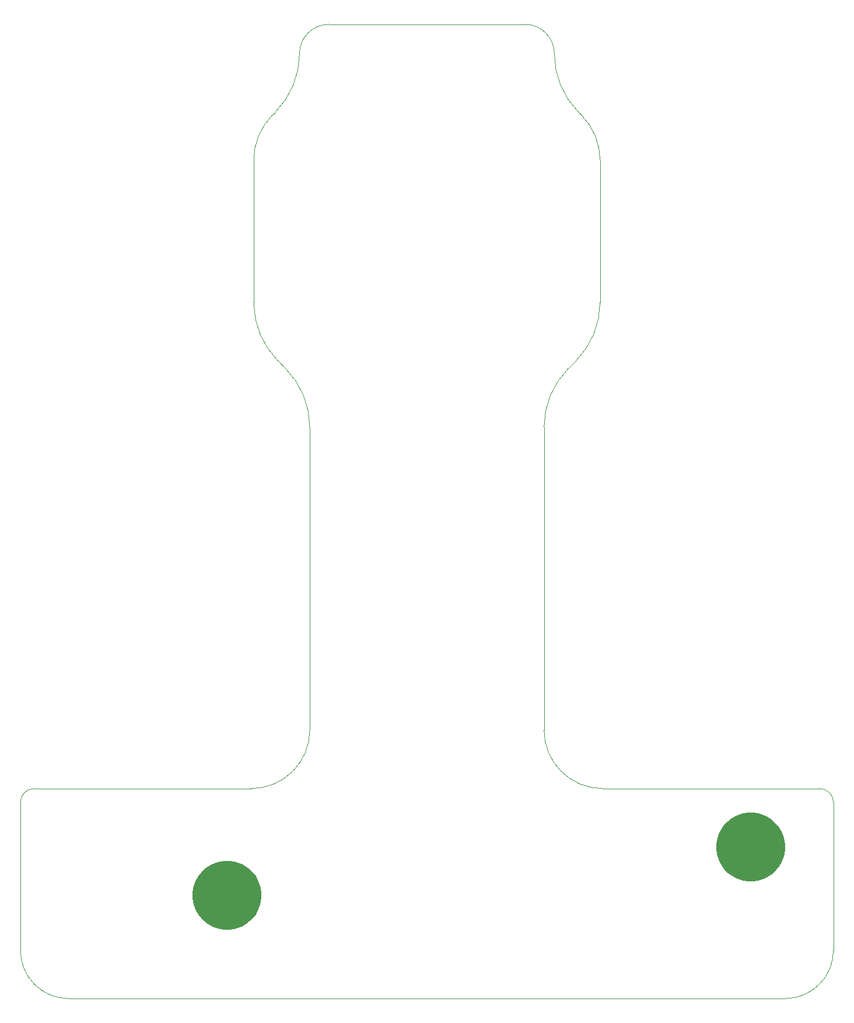
<source format=gbr>
%TF.GenerationSoftware,Altium Limited,Altium Designer,22.5.1 (42)*%
G04 Layer_Color=0*
%FSLAX45Y45*%
%MOMM*%
%TF.SameCoordinates,09306DCC-7258-43E0-A79C-DC35209E08F8*%
%TF.FilePolarity,Positive*%
%TF.FileFunction,Profile,NP*%
%TF.Part,Single*%
G01*
G75*
%TA.AperFunction,Profile*%
%ADD206C,0.02540*%
G36*
X5200000Y-6900000D02*
X5200001Y-6932772D01*
X5191446Y-6997754D01*
X5174483Y-7061065D01*
X5149401Y-7121619D01*
X5116630Y-7178382D01*
X5076729Y-7230381D01*
X5030383Y-7276727D01*
X4978384Y-7316627D01*
X4921622Y-7349399D01*
X4861067Y-7374481D01*
X4797757Y-7391444D01*
X4732774Y-7399999D01*
X4700002Y-7399998D01*
X4667231Y-7399998D01*
X4602248Y-7391444D01*
X4538937Y-7374480D01*
X4478383Y-7349398D01*
X4421620Y-7316626D01*
X4369621Y-7276726D01*
X4323275Y-7230380D01*
X4283374Y-7178381D01*
X4250602Y-7121618D01*
X4225520Y-7061064D01*
X4208556Y-6997753D01*
X4200001Y-6932770D01*
X4200001Y-6899999D01*
X4200001Y-6867227D01*
X4208556Y-6802244D01*
X4225520Y-6738934D01*
X4250602Y-6678380D01*
X4283374Y-6621617D01*
X4323275Y-6569618D01*
X4369621Y-6523272D01*
X4421620Y-6483372D01*
X4478382Y-6450600D01*
X4538937Y-6425518D01*
X4602247Y-6408554D01*
X4667230Y-6399999D01*
X4700002Y-6399999D01*
X4732773Y-6399999D01*
X4797756Y-6408553D01*
X4861066Y-6425517D01*
X4921621Y-6450599D01*
X4978383Y-6483371D01*
X5030382Y-6523272D01*
X5076729Y-6569618D01*
X5116629Y-6621617D01*
X5149400Y-6678380D01*
X5174482Y-6738935D01*
X5191446Y-6802245D01*
X5200001Y-6867228D01*
X5200000Y-6900000D01*
D01*
D02*
G37*
G36*
X-2400001Y-7600002D02*
X-2400001Y-7632773D01*
X-2408555Y-7697756D01*
X-2425518Y-7761067D01*
X-2450600Y-7821621D01*
X-2483371Y-7878384D01*
X-2523272Y-7930383D01*
X-2569618Y-7976729D01*
X-2621617Y-8016629D01*
X-2678379Y-8049401D01*
X-2738934Y-8074483D01*
X-2802244Y-8091446D01*
X-2867227Y-8100001D01*
X-2899999Y-8100000D01*
X-2932770Y-8100000D01*
X-2997753Y-8091446D01*
X-3061064Y-8074482D01*
X-3121618Y-8049400D01*
X-3178381Y-8016628D01*
X-3230380Y-7976728D01*
X-3276726Y-7930382D01*
X-3316627Y-7878383D01*
X-3349399Y-7821620D01*
X-3374481Y-7761066D01*
X-3391445Y-7697755D01*
X-3400000Y-7632772D01*
X-3400000Y-7600001D01*
X-3400000Y-7567229D01*
X-3391445Y-7502246D01*
X-3374481Y-7438936D01*
X-3349399Y-7378381D01*
X-3316627Y-7321619D01*
X-3276726Y-7269620D01*
X-3230380Y-7223274D01*
X-3178381Y-7183373D01*
X-3121619Y-7150602D01*
X-3061064Y-7125519D01*
X-2997754Y-7108556D01*
X-2932771Y-7100001D01*
X-2900000Y-7100001D01*
X-2867228Y-7100001D01*
X-2802245Y-7108555D01*
X-2738935Y-7125519D01*
X-2678380Y-7150601D01*
X-2621618Y-7183373D01*
X-2569619Y-7223274D01*
X-2523272Y-7269620D01*
X-2483372Y-7321619D01*
X-2450601Y-7378382D01*
X-2425519Y-7438937D01*
X-2408555Y-7502247D01*
X-2400001Y-7567230D01*
X-2400001Y-7600002D01*
D01*
D02*
G37*
D206*
X-5900000Y-8400000D02*
G03*
X-5200000Y-9100000I700000J0D01*
G01*
X5200000D01*
D02*
G03*
X5900000Y-8400000I0J700000D01*
G01*
X5900000Y-6250000D01*
D02*
G03*
X5700000Y-6050000I-200000J0D01*
G01*
X2550000Y-6050000D01*
D02*
G02*
X1700000Y-5200000I0J850000D01*
G01*
Y-800000D01*
D02*
G02*
X2053552Y53552I1207105J0D01*
G01*
X2160198Y160198D01*
D02*
G03*
X2513750Y1013750I-853552J853552D01*
G01*
X2513751Y3000000D01*
Y3075111D01*
D02*
G03*
X2240710Y3734291I-932222J0D01*
G01*
X2203553Y3771448D01*
D02*
G02*
X1850000Y4625000I853552J853552D01*
G01*
D02*
G03*
X1425000Y5050000I-425000J0D01*
G01*
X-1425000D01*
D02*
G03*
X-1850000Y4625000I0J-425000D01*
G01*
D02*
G02*
X-2203553Y3771448I-1207103J-1D01*
G01*
X-2240710Y3734291D01*
D02*
G03*
X-2513751Y3075111I659180J-659180D01*
G01*
Y3000000D01*
X-2513750Y1013750D01*
D02*
G03*
X-2160198Y160198I1207105J0D01*
G01*
X-2053552Y53552D01*
D02*
G02*
X-1700000Y-800000I-853552J-853552D01*
G01*
X-1700000Y-5200000D01*
D02*
G02*
X-2550000Y-6050000I-850000J0D01*
G01*
X-5700000D01*
D02*
G03*
X-5900000Y-6250000I-0J-200000D01*
G01*
Y-8400000D01*
%TF.MD5,805594846f20395b264fbe27664c8b55*%
M02*

</source>
